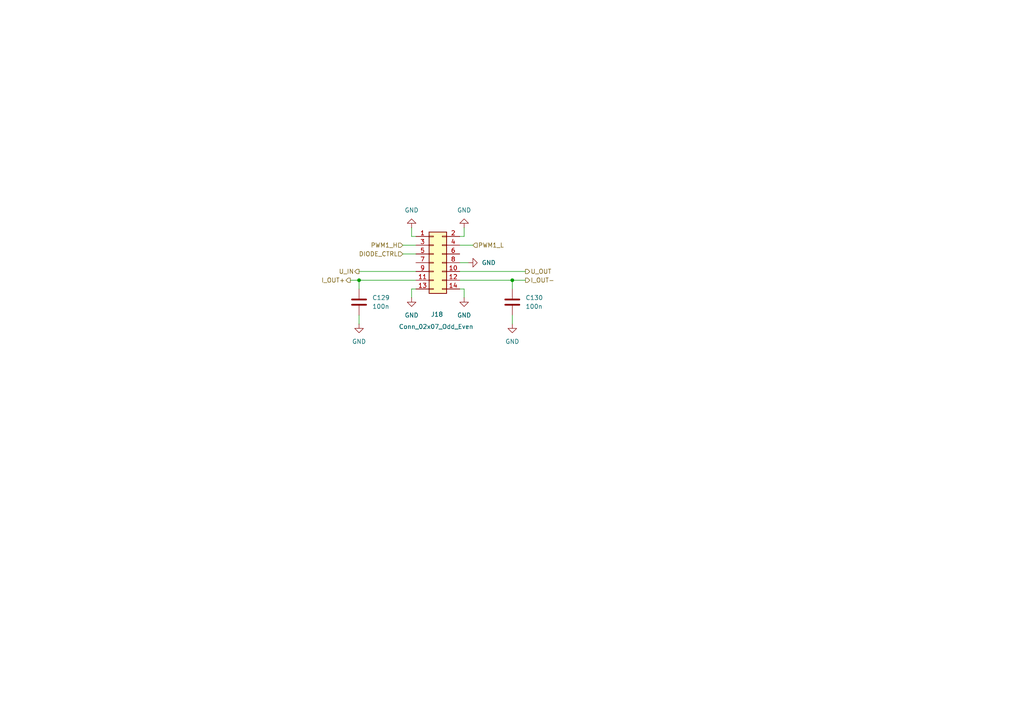
<source format=kicad_sch>
(kicad_sch
	(version 20231120)
	(generator "eeschema")
	(generator_version "8.0")
	(uuid "ce713879-9c83-4ae7-b91c-5a32c65087f7")
	(paper "A4")
	(lib_symbols
		(symbol "Connector_Generic:Conn_02x07_Odd_Even"
			(pin_names
				(offset 1.016) hide)
			(exclude_from_sim no)
			(in_bom yes)
			(on_board yes)
			(property "Reference" "J"
				(at 1.27 10.16 0)
				(effects
					(font
						(size 1.27 1.27)
					)
				)
			)
			(property "Value" "Conn_02x07_Odd_Even"
				(at 1.27 -10.16 0)
				(effects
					(font
						(size 1.27 1.27)
					)
				)
			)
			(property "Footprint" ""
				(at 0 0 0)
				(effects
					(font
						(size 1.27 1.27)
					)
					(hide yes)
				)
			)
			(property "Datasheet" "~"
				(at 0 0 0)
				(effects
					(font
						(size 1.27 1.27)
					)
					(hide yes)
				)
			)
			(property "Description" "Generic connector, double row, 02x07, odd/even pin numbering scheme (row 1 odd numbers, row 2 even numbers), script generated (kicad-library-utils/schlib/autogen/connector/)"
				(at 0 0 0)
				(effects
					(font
						(size 1.27 1.27)
					)
					(hide yes)
				)
			)
			(property "ki_keywords" "connector"
				(at 0 0 0)
				(effects
					(font
						(size 1.27 1.27)
					)
					(hide yes)
				)
			)
			(property "ki_fp_filters" "Connector*:*_2x??_*"
				(at 0 0 0)
				(effects
					(font
						(size 1.27 1.27)
					)
					(hide yes)
				)
			)
			(symbol "Conn_02x07_Odd_Even_1_1"
				(rectangle
					(start -1.27 -7.493)
					(end 0 -7.747)
					(stroke
						(width 0.1524)
						(type default)
					)
					(fill
						(type none)
					)
				)
				(rectangle
					(start -1.27 -4.953)
					(end 0 -5.207)
					(stroke
						(width 0.1524)
						(type default)
					)
					(fill
						(type none)
					)
				)
				(rectangle
					(start -1.27 -2.413)
					(end 0 -2.667)
					(stroke
						(width 0.1524)
						(type default)
					)
					(fill
						(type none)
					)
				)
				(rectangle
					(start -1.27 0.127)
					(end 0 -0.127)
					(stroke
						(width 0.1524)
						(type default)
					)
					(fill
						(type none)
					)
				)
				(rectangle
					(start -1.27 2.667)
					(end 0 2.413)
					(stroke
						(width 0.1524)
						(type default)
					)
					(fill
						(type none)
					)
				)
				(rectangle
					(start -1.27 5.207)
					(end 0 4.953)
					(stroke
						(width 0.1524)
						(type default)
					)
					(fill
						(type none)
					)
				)
				(rectangle
					(start -1.27 7.747)
					(end 0 7.493)
					(stroke
						(width 0.1524)
						(type default)
					)
					(fill
						(type none)
					)
				)
				(rectangle
					(start -1.27 8.89)
					(end 3.81 -8.89)
					(stroke
						(width 0.254)
						(type default)
					)
					(fill
						(type background)
					)
				)
				(rectangle
					(start 3.81 -7.493)
					(end 2.54 -7.747)
					(stroke
						(width 0.1524)
						(type default)
					)
					(fill
						(type none)
					)
				)
				(rectangle
					(start 3.81 -4.953)
					(end 2.54 -5.207)
					(stroke
						(width 0.1524)
						(type default)
					)
					(fill
						(type none)
					)
				)
				(rectangle
					(start 3.81 -2.413)
					(end 2.54 -2.667)
					(stroke
						(width 0.1524)
						(type default)
					)
					(fill
						(type none)
					)
				)
				(rectangle
					(start 3.81 0.127)
					(end 2.54 -0.127)
					(stroke
						(width 0.1524)
						(type default)
					)
					(fill
						(type none)
					)
				)
				(rectangle
					(start 3.81 2.667)
					(end 2.54 2.413)
					(stroke
						(width 0.1524)
						(type default)
					)
					(fill
						(type none)
					)
				)
				(rectangle
					(start 3.81 5.207)
					(end 2.54 4.953)
					(stroke
						(width 0.1524)
						(type default)
					)
					(fill
						(type none)
					)
				)
				(rectangle
					(start 3.81 7.747)
					(end 2.54 7.493)
					(stroke
						(width 0.1524)
						(type default)
					)
					(fill
						(type none)
					)
				)
				(pin passive line
					(at -5.08 7.62 0)
					(length 3.81)
					(name "Pin_1"
						(effects
							(font
								(size 1.27 1.27)
							)
						)
					)
					(number "1"
						(effects
							(font
								(size 1.27 1.27)
							)
						)
					)
				)
				(pin passive line
					(at 7.62 -2.54 180)
					(length 3.81)
					(name "Pin_10"
						(effects
							(font
								(size 1.27 1.27)
							)
						)
					)
					(number "10"
						(effects
							(font
								(size 1.27 1.27)
							)
						)
					)
				)
				(pin passive line
					(at -5.08 -5.08 0)
					(length 3.81)
					(name "Pin_11"
						(effects
							(font
								(size 1.27 1.27)
							)
						)
					)
					(number "11"
						(effects
							(font
								(size 1.27 1.27)
							)
						)
					)
				)
				(pin passive line
					(at 7.62 -5.08 180)
					(length 3.81)
					(name "Pin_12"
						(effects
							(font
								(size 1.27 1.27)
							)
						)
					)
					(number "12"
						(effects
							(font
								(size 1.27 1.27)
							)
						)
					)
				)
				(pin passive line
					(at -5.08 -7.62 0)
					(length 3.81)
					(name "Pin_13"
						(effects
							(font
								(size 1.27 1.27)
							)
						)
					)
					(number "13"
						(effects
							(font
								(size 1.27 1.27)
							)
						)
					)
				)
				(pin passive line
					(at 7.62 -7.62 180)
					(length 3.81)
					(name "Pin_14"
						(effects
							(font
								(size 1.27 1.27)
							)
						)
					)
					(number "14"
						(effects
							(font
								(size 1.27 1.27)
							)
						)
					)
				)
				(pin passive line
					(at 7.62 7.62 180)
					(length 3.81)
					(name "Pin_2"
						(effects
							(font
								(size 1.27 1.27)
							)
						)
					)
					(number "2"
						(effects
							(font
								(size 1.27 1.27)
							)
						)
					)
				)
				(pin passive line
					(at -5.08 5.08 0)
					(length 3.81)
					(name "Pin_3"
						(effects
							(font
								(size 1.27 1.27)
							)
						)
					)
					(number "3"
						(effects
							(font
								(size 1.27 1.27)
							)
						)
					)
				)
				(pin passive line
					(at 7.62 5.08 180)
					(length 3.81)
					(name "Pin_4"
						(effects
							(font
								(size 1.27 1.27)
							)
						)
					)
					(number "4"
						(effects
							(font
								(size 1.27 1.27)
							)
						)
					)
				)
				(pin passive line
					(at -5.08 2.54 0)
					(length 3.81)
					(name "Pin_5"
						(effects
							(font
								(size 1.27 1.27)
							)
						)
					)
					(number "5"
						(effects
							(font
								(size 1.27 1.27)
							)
						)
					)
				)
				(pin passive line
					(at 7.62 2.54 180)
					(length 3.81)
					(name "Pin_6"
						(effects
							(font
								(size 1.27 1.27)
							)
						)
					)
					(number "6"
						(effects
							(font
								(size 1.27 1.27)
							)
						)
					)
				)
				(pin passive line
					(at -5.08 0 0)
					(length 3.81)
					(name "Pin_7"
						(effects
							(font
								(size 1.27 1.27)
							)
						)
					)
					(number "7"
						(effects
							(font
								(size 1.27 1.27)
							)
						)
					)
				)
				(pin passive line
					(at 7.62 0 180)
					(length 3.81)
					(name "Pin_8"
						(effects
							(font
								(size 1.27 1.27)
							)
						)
					)
					(number "8"
						(effects
							(font
								(size 1.27 1.27)
							)
						)
					)
				)
				(pin passive line
					(at -5.08 -2.54 0)
					(length 3.81)
					(name "Pin_9"
						(effects
							(font
								(size 1.27 1.27)
							)
						)
					)
					(number "9"
						(effects
							(font
								(size 1.27 1.27)
							)
						)
					)
				)
			)
		)
		(symbol "Device:C"
			(pin_numbers hide)
			(pin_names
				(offset 0.254)
			)
			(exclude_from_sim no)
			(in_bom yes)
			(on_board yes)
			(property "Reference" "C"
				(at 0.635 2.54 0)
				(effects
					(font
						(size 1.27 1.27)
					)
					(justify left)
				)
			)
			(property "Value" "C"
				(at 0.635 -2.54 0)
				(effects
					(font
						(size 1.27 1.27)
					)
					(justify left)
				)
			)
			(property "Footprint" ""
				(at 0.9652 -3.81 0)
				(effects
					(font
						(size 1.27 1.27)
					)
					(hide yes)
				)
			)
			(property "Datasheet" "~"
				(at 0 0 0)
				(effects
					(font
						(size 1.27 1.27)
					)
					(hide yes)
				)
			)
			(property "Description" "Unpolarized capacitor"
				(at 0 0 0)
				(effects
					(font
						(size 1.27 1.27)
					)
					(hide yes)
				)
			)
			(property "ki_keywords" "cap capacitor"
				(at 0 0 0)
				(effects
					(font
						(size 1.27 1.27)
					)
					(hide yes)
				)
			)
			(property "ki_fp_filters" "C_*"
				(at 0 0 0)
				(effects
					(font
						(size 1.27 1.27)
					)
					(hide yes)
				)
			)
			(symbol "C_0_1"
				(polyline
					(pts
						(xy -2.032 -0.762) (xy 2.032 -0.762)
					)
					(stroke
						(width 0.508)
						(type default)
					)
					(fill
						(type none)
					)
				)
				(polyline
					(pts
						(xy -2.032 0.762) (xy 2.032 0.762)
					)
					(stroke
						(width 0.508)
						(type default)
					)
					(fill
						(type none)
					)
				)
			)
			(symbol "C_1_1"
				(pin passive line
					(at 0 3.81 270)
					(length 2.794)
					(name "~"
						(effects
							(font
								(size 1.27 1.27)
							)
						)
					)
					(number "1"
						(effects
							(font
								(size 1.27 1.27)
							)
						)
					)
				)
				(pin passive line
					(at 0 -3.81 90)
					(length 2.794)
					(name "~"
						(effects
							(font
								(size 1.27 1.27)
							)
						)
					)
					(number "2"
						(effects
							(font
								(size 1.27 1.27)
							)
						)
					)
				)
			)
		)
		(symbol "power:GND"
			(power)
			(pin_numbers hide)
			(pin_names
				(offset 0) hide)
			(exclude_from_sim no)
			(in_bom yes)
			(on_board yes)
			(property "Reference" "#PWR"
				(at 0 -6.35 0)
				(effects
					(font
						(size 1.27 1.27)
					)
					(hide yes)
				)
			)
			(property "Value" "GND"
				(at 0 -3.81 0)
				(effects
					(font
						(size 1.27 1.27)
					)
				)
			)
			(property "Footprint" ""
				(at 0 0 0)
				(effects
					(font
						(size 1.27 1.27)
					)
					(hide yes)
				)
			)
			(property "Datasheet" ""
				(at 0 0 0)
				(effects
					(font
						(size 1.27 1.27)
					)
					(hide yes)
				)
			)
			(property "Description" "Power symbol creates a global label with name \"GND\" , ground"
				(at 0 0 0)
				(effects
					(font
						(size 1.27 1.27)
					)
					(hide yes)
				)
			)
			(property "ki_keywords" "global power"
				(at 0 0 0)
				(effects
					(font
						(size 1.27 1.27)
					)
					(hide yes)
				)
			)
			(symbol "GND_0_1"
				(polyline
					(pts
						(xy 0 0) (xy 0 -1.27) (xy 1.27 -1.27) (xy 0 -2.54) (xy -1.27 -1.27) (xy 0 -1.27)
					)
					(stroke
						(width 0)
						(type default)
					)
					(fill
						(type none)
					)
				)
			)
			(symbol "GND_1_1"
				(pin power_in line
					(at 0 0 270)
					(length 0)
					(name "~"
						(effects
							(font
								(size 1.27 1.27)
							)
						)
					)
					(number "1"
						(effects
							(font
								(size 1.27 1.27)
							)
						)
					)
				)
			)
		)
	)
	(junction
		(at 104.14 81.28)
		(diameter 0)
		(color 0 0 0 0)
		(uuid "21981d1a-45ac-4942-a27b-7fad3ebe44f2")
	)
	(junction
		(at 148.59 81.28)
		(diameter 0)
		(color 0 0 0 0)
		(uuid "f914df06-bc47-4e5f-9ac0-d541d36c2171")
	)
	(wire
		(pts
			(xy 104.14 81.28) (xy 104.14 83.82)
		)
		(stroke
			(width 0)
			(type default)
		)
		(uuid "0bb93f08-025a-43ba-8f28-8abcf49dee0a")
	)
	(wire
		(pts
			(xy 104.14 81.28) (xy 120.65 81.28)
		)
		(stroke
			(width 0)
			(type default)
		)
		(uuid "0c6a9829-2a1d-4916-b203-381fa212a230")
	)
	(wire
		(pts
			(xy 133.35 83.82) (xy 134.62 83.82)
		)
		(stroke
			(width 0)
			(type default)
		)
		(uuid "15b4eccd-2ada-4d71-a2bf-dbe9101d09ef")
	)
	(wire
		(pts
			(xy 101.6 81.28) (xy 104.14 81.28)
		)
		(stroke
			(width 0)
			(type default)
		)
		(uuid "1e697bfe-6186-4890-944f-d0bda0c2e228")
	)
	(wire
		(pts
			(xy 134.62 83.82) (xy 134.62 86.36)
		)
		(stroke
			(width 0)
			(type default)
		)
		(uuid "2b1a8089-16e4-42b7-a459-f96f5df357d1")
	)
	(wire
		(pts
			(xy 148.59 91.44) (xy 148.59 93.98)
		)
		(stroke
			(width 0)
			(type default)
		)
		(uuid "482197aa-d1e9-488f-93f8-2aa56be83deb")
	)
	(wire
		(pts
			(xy 104.14 78.74) (xy 120.65 78.74)
		)
		(stroke
			(width 0)
			(type default)
		)
		(uuid "60efd595-2460-4087-9a81-5228c88be8d4")
	)
	(wire
		(pts
			(xy 119.38 86.36) (xy 119.38 83.82)
		)
		(stroke
			(width 0)
			(type default)
		)
		(uuid "8d9a8343-f319-4493-ac60-65633898051e")
	)
	(wire
		(pts
			(xy 148.59 81.28) (xy 148.59 83.82)
		)
		(stroke
			(width 0)
			(type default)
		)
		(uuid "9246206e-3e19-4d5e-bc46-d35b92405dab")
	)
	(wire
		(pts
			(xy 116.84 73.66) (xy 120.65 73.66)
		)
		(stroke
			(width 0)
			(type default)
		)
		(uuid "971df628-1063-40e7-8e82-a1c7505d894d")
	)
	(wire
		(pts
			(xy 133.35 76.2) (xy 135.89 76.2)
		)
		(stroke
			(width 0)
			(type default)
		)
		(uuid "99fceb3a-aee5-4223-9715-4573019f7a13")
	)
	(wire
		(pts
			(xy 134.62 68.58) (xy 134.62 66.04)
		)
		(stroke
			(width 0)
			(type default)
		)
		(uuid "a105370d-7661-4dbb-94fe-5612c8f76377")
	)
	(wire
		(pts
			(xy 119.38 66.04) (xy 119.38 68.58)
		)
		(stroke
			(width 0)
			(type default)
		)
		(uuid "a24524cd-734f-484c-9e73-81440e8c21da")
	)
	(wire
		(pts
			(xy 119.38 68.58) (xy 120.65 68.58)
		)
		(stroke
			(width 0)
			(type default)
		)
		(uuid "a6ff196e-c3c2-4b18-939d-f0993df27420")
	)
	(wire
		(pts
			(xy 133.35 68.58) (xy 134.62 68.58)
		)
		(stroke
			(width 0)
			(type default)
		)
		(uuid "a9488306-da64-43f4-953e-ef8060b37e72")
	)
	(wire
		(pts
			(xy 104.14 91.44) (xy 104.14 93.98)
		)
		(stroke
			(width 0)
			(type default)
		)
		(uuid "adf91d9a-b451-45be-95ce-5a14aaa45ebf")
	)
	(wire
		(pts
			(xy 133.35 71.12) (xy 137.16 71.12)
		)
		(stroke
			(width 0)
			(type default)
		)
		(uuid "b4efffc2-b52e-4b7f-8fc2-b98fa477b95a")
	)
	(wire
		(pts
			(xy 116.84 71.12) (xy 120.65 71.12)
		)
		(stroke
			(width 0)
			(type default)
		)
		(uuid "cd2dad91-fe39-43c3-b36f-7c87637cfc7c")
	)
	(wire
		(pts
			(xy 133.35 78.74) (xy 152.4 78.74)
		)
		(stroke
			(width 0)
			(type default)
		)
		(uuid "d8ff4679-d044-47fe-8d1d-13167a9cd701")
	)
	(wire
		(pts
			(xy 148.59 81.28) (xy 152.4 81.28)
		)
		(stroke
			(width 0)
			(type default)
		)
		(uuid "ddca5bd0-ed98-42f5-9b47-b5f2aa48b44f")
	)
	(wire
		(pts
			(xy 119.38 83.82) (xy 120.65 83.82)
		)
		(stroke
			(width 0)
			(type default)
		)
		(uuid "e202ce03-a588-4dbe-97b7-22832e1066d1")
	)
	(wire
		(pts
			(xy 133.35 81.28) (xy 148.59 81.28)
		)
		(stroke
			(width 0)
			(type default)
		)
		(uuid "f5264033-c0b9-40dd-bbc9-8a321d3fec5b")
	)
	(hierarchical_label "DIODE_CTRL"
		(shape input)
		(at 116.84 73.66 180)
		(fields_autoplaced yes)
		(effects
			(font
				(size 1.27 1.27)
			)
			(justify right)
		)
		(uuid "237cff07-f3c9-4a20-929c-1eb8a5b65597")
	)
	(hierarchical_label "U_IN"
		(shape output)
		(at 104.14 78.74 180)
		(fields_autoplaced yes)
		(effects
			(font
				(size 1.27 1.27)
			)
			(justify right)
		)
		(uuid "28b6af6c-bd2f-4763-827f-ea4b7e268e5a")
	)
	(hierarchical_label "PWM1_L"
		(shape input)
		(at 137.16 71.12 0)
		(fields_autoplaced yes)
		(effects
			(font
				(size 1.27 1.27)
			)
			(justify left)
		)
		(uuid "50e63fbf-02f0-41f7-8f2d-931f051e1a16")
	)
	(hierarchical_label "I_OUT-"
		(shape output)
		(at 152.4 81.28 0)
		(fields_autoplaced yes)
		(effects
			(font
				(size 1.27 1.27)
			)
			(justify left)
		)
		(uuid "5b83dd1a-98f7-456d-92ec-d001e4eabb51")
	)
	(hierarchical_label "PWM1_H"
		(shape input)
		(at 116.84 71.12 180)
		(fields_autoplaced yes)
		(effects
			(font
				(size 1.27 1.27)
			)
			(justify right)
		)
		(uuid "ca2ea007-e10f-44b2-ad59-85565ba60bb2")
	)
	(hierarchical_label "I_OUT+"
		(shape output)
		(at 101.6 81.28 180)
		(fields_autoplaced yes)
		(effects
			(font
				(size 1.27 1.27)
			)
			(justify right)
		)
		(uuid "cff7ff99-e51e-4df5-be26-2ca7efbd0df1")
	)
	(hierarchical_label "U_OUT"
		(shape output)
		(at 152.4 78.74 0)
		(fields_autoplaced yes)
		(effects
			(font
				(size 1.27 1.27)
			)
			(justify left)
		)
		(uuid "f719981d-5244-4ce9-af1a-ae94d1be983b")
	)
	(symbol
		(lib_id "power:GND")
		(at 119.38 86.36 0)
		(unit 1)
		(exclude_from_sim no)
		(in_bom yes)
		(on_board yes)
		(dnp no)
		(fields_autoplaced yes)
		(uuid "2d301004-4f7f-45ce-8098-13e5e674ac22")
		(property "Reference" "#PWR0306"
			(at 119.38 92.71 0)
			(effects
				(font
					(size 1.27 1.27)
				)
				(hide yes)
			)
		)
		(property "Value" "GND"
			(at 119.38 91.44 0)
			(effects
				(font
					(size 1.27 1.27)
				)
			)
		)
		(property "Footprint" ""
			(at 119.38 86.36 0)
			(effects
				(font
					(size 1.27 1.27)
				)
				(hide yes)
			)
		)
		(property "Datasheet" ""
			(at 119.38 86.36 0)
			(effects
				(font
					(size 1.27 1.27)
				)
				(hide yes)
			)
		)
		(property "Description" "Power symbol creates a global label with name \"GND\" , ground"
			(at 119.38 86.36 0)
			(effects
				(font
					(size 1.27 1.27)
				)
				(hide yes)
			)
		)
		(pin "1"
			(uuid "58e65120-d62c-4af0-90fe-0a5180c9af70")
		)
		(instances
			(project "controll_board"
				(path "/c727c9ac-c904-48c5-97eb-b572033b6df0/5f32af07-e9d2-45ba-ab74-29701d31c4fd"
					(reference "#PWR0306")
					(unit 1)
				)
			)
		)
	)
	(symbol
		(lib_id "Device:C")
		(at 104.14 87.63 0)
		(mirror y)
		(unit 1)
		(exclude_from_sim no)
		(in_bom yes)
		(on_board yes)
		(dnp no)
		(fields_autoplaced yes)
		(uuid "36feaed3-192b-43c8-bdc9-c19c4993eab1")
		(property "Reference" "C129"
			(at 107.95 86.3599 0)
			(effects
				(font
					(size 1.27 1.27)
				)
				(justify right)
			)
		)
		(property "Value" "100n"
			(at 107.95 88.8999 0)
			(effects
				(font
					(size 1.27 1.27)
				)
				(justify right)
			)
		)
		(property "Footprint" "Capacitor_SMD:C_0603_1608Metric"
			(at 103.1748 91.44 0)
			(effects
				(font
					(size 1.27 1.27)
				)
				(hide yes)
			)
		)
		(property "Datasheet" "~"
			(at 104.14 87.63 0)
			(effects
				(font
					(size 1.27 1.27)
				)
				(hide yes)
			)
		)
		(property "Description" "Unpolarized capacitor"
			(at 104.14 87.63 0)
			(effects
				(font
					(size 1.27 1.27)
				)
				(hide yes)
			)
		)
		(property "Voltage" ""
			(at 104.14 87.63 0)
			(effects
				(font
					(size 1.27 1.27)
				)
			)
		)
		(pin "2"
			(uuid "de86de0c-cf22-44d5-b6ee-0d3981d8ada4")
		)
		(pin "1"
			(uuid "69206ba7-7204-4b8e-bcd3-1ce4e0fa825a")
		)
		(instances
			(project "controll_board"
				(path "/c727c9ac-c904-48c5-97eb-b572033b6df0/5f32af07-e9d2-45ba-ab74-29701d31c4fd"
					(reference "C129")
					(unit 1)
				)
			)
		)
	)
	(symbol
		(lib_id "power:GND")
		(at 135.89 76.2 90)
		(unit 1)
		(exclude_from_sim no)
		(in_bom yes)
		(on_board yes)
		(dnp no)
		(fields_autoplaced yes)
		(uuid "3c7af6e8-1e31-453a-b303-5753f1173fc4")
		(property "Reference" "#PWR0312"
			(at 142.24 76.2 0)
			(effects
				(font
					(size 1.27 1.27)
				)
				(hide yes)
			)
		)
		(property "Value" "GND"
			(at 139.7 76.1999 90)
			(effects
				(font
					(size 1.27 1.27)
				)
				(justify right)
			)
		)
		(property "Footprint" ""
			(at 135.89 76.2 0)
			(effects
				(font
					(size 1.27 1.27)
				)
				(hide yes)
			)
		)
		(property "Datasheet" ""
			(at 135.89 76.2 0)
			(effects
				(font
					(size 1.27 1.27)
				)
				(hide yes)
			)
		)
		(property "Description" "Power symbol creates a global label with name \"GND\" , ground"
			(at 135.89 76.2 0)
			(effects
				(font
					(size 1.27 1.27)
				)
				(hide yes)
			)
		)
		(pin "1"
			(uuid "01be6c55-9f49-4e5f-96b6-b2e96bf48e87")
		)
		(instances
			(project "controll_board"
				(path "/c727c9ac-c904-48c5-97eb-b572033b6df0/5f32af07-e9d2-45ba-ab74-29701d31c4fd"
					(reference "#PWR0312")
					(unit 1)
				)
			)
		)
	)
	(symbol
		(lib_id "power:GND")
		(at 148.59 93.98 0)
		(unit 1)
		(exclude_from_sim no)
		(in_bom yes)
		(on_board yes)
		(dnp no)
		(fields_autoplaced yes)
		(uuid "4b3ac13d-e924-460e-ab6d-d171fbfc8c83")
		(property "Reference" "#PWR0310"
			(at 148.59 100.33 0)
			(effects
				(font
					(size 1.27 1.27)
				)
				(hide yes)
			)
		)
		(property "Value" "GND"
			(at 148.59 99.06 0)
			(effects
				(font
					(size 1.27 1.27)
				)
			)
		)
		(property "Footprint" ""
			(at 148.59 93.98 0)
			(effects
				(font
					(size 1.27 1.27)
				)
				(hide yes)
			)
		)
		(property "Datasheet" ""
			(at 148.59 93.98 0)
			(effects
				(font
					(size 1.27 1.27)
				)
				(hide yes)
			)
		)
		(property "Description" "Power symbol creates a global label with name \"GND\" , ground"
			(at 148.59 93.98 0)
			(effects
				(font
					(size 1.27 1.27)
				)
				(hide yes)
			)
		)
		(pin "1"
			(uuid "ea46b919-71ea-4c64-bf03-e21fcc0b5a4f")
		)
		(instances
			(project "controll_board"
				(path "/c727c9ac-c904-48c5-97eb-b572033b6df0/5f32af07-e9d2-45ba-ab74-29701d31c4fd"
					(reference "#PWR0310")
					(unit 1)
				)
			)
		)
	)
	(symbol
		(lib_id "Device:C")
		(at 148.59 87.63 0)
		(mirror y)
		(unit 1)
		(exclude_from_sim no)
		(in_bom yes)
		(on_board yes)
		(dnp no)
		(fields_autoplaced yes)
		(uuid "5dcceb03-2848-47a0-bfbf-ee1e5172e250")
		(property "Reference" "C130"
			(at 152.4 86.3599 0)
			(effects
				(font
					(size 1.27 1.27)
				)
				(justify right)
			)
		)
		(property "Value" "100n"
			(at 152.4 88.8999 0)
			(effects
				(font
					(size 1.27 1.27)
				)
				(justify right)
			)
		)
		(property "Footprint" "Capacitor_SMD:C_0603_1608Metric"
			(at 147.6248 91.44 0)
			(effects
				(font
					(size 1.27 1.27)
				)
				(hide yes)
			)
		)
		(property "Datasheet" "~"
			(at 148.59 87.63 0)
			(effects
				(font
					(size 1.27 1.27)
				)
				(hide yes)
			)
		)
		(property "Description" "Unpolarized capacitor"
			(at 148.59 87.63 0)
			(effects
				(font
					(size 1.27 1.27)
				)
				(hide yes)
			)
		)
		(property "Voltage" ""
			(at 148.59 87.63 0)
			(effects
				(font
					(size 1.27 1.27)
				)
			)
		)
		(pin "2"
			(uuid "25f96d3a-208a-4509-95bd-ef588cd22dae")
		)
		(pin "1"
			(uuid "fce6e448-9c02-45a3-9af3-9bc6111177ef")
		)
		(instances
			(project "controll_board"
				(path "/c727c9ac-c904-48c5-97eb-b572033b6df0/5f32af07-e9d2-45ba-ab74-29701d31c4fd"
					(reference "C130")
					(unit 1)
				)
			)
		)
	)
	(symbol
		(lib_id "power:GND")
		(at 134.62 66.04 180)
		(unit 1)
		(exclude_from_sim no)
		(in_bom yes)
		(on_board yes)
		(dnp no)
		(fields_autoplaced yes)
		(uuid "6452d437-3580-49fc-b025-dbb770568b19")
		(property "Reference" "#PWR0308"
			(at 134.62 59.69 0)
			(effects
				(font
					(size 1.27 1.27)
				)
				(hide yes)
			)
		)
		(property "Value" "GND"
			(at 134.62 60.96 0)
			(effects
				(font
					(size 1.27 1.27)
				)
			)
		)
		(property "Footprint" ""
			(at 134.62 66.04 0)
			(effects
				(font
					(size 1.27 1.27)
				)
				(hide yes)
			)
		)
		(property "Datasheet" ""
			(at 134.62 66.04 0)
			(effects
				(font
					(size 1.27 1.27)
				)
				(hide yes)
			)
		)
		(property "Description" "Power symbol creates a global label with name \"GND\" , ground"
			(at 134.62 66.04 0)
			(effects
				(font
					(size 1.27 1.27)
				)
				(hide yes)
			)
		)
		(pin "1"
			(uuid "ffc83870-03ac-4909-ac76-974fec70ec74")
		)
		(instances
			(project "controll_board"
				(path "/c727c9ac-c904-48c5-97eb-b572033b6df0/5f32af07-e9d2-45ba-ab74-29701d31c4fd"
					(reference "#PWR0308")
					(unit 1)
				)
			)
		)
	)
	(symbol
		(lib_id "Connector_Generic:Conn_02x07_Odd_Even")
		(at 125.73 76.2 0)
		(unit 1)
		(exclude_from_sim no)
		(in_bom yes)
		(on_board yes)
		(dnp no)
		(uuid "6ed04c9a-fc56-45bd-878d-4feefda992e3")
		(property "Reference" "J18"
			(at 126.746 91.186 0)
			(effects
				(font
					(size 1.27 1.27)
				)
			)
		)
		(property "Value" "Conn_02x07_Odd_Even"
			(at 126.492 94.742 0)
			(effects
				(font
					(size 1.27 1.27)
				)
			)
		)
		(property "Footprint" "Connector_IDC:IDC-Header_2x07_P2.54mm_Vertical_SMD"
			(at 125.73 76.2 0)
			(effects
				(font
					(size 1.27 1.27)
				)
				(hide yes)
			)
		)
		(property "Datasheet" "~"
			(at 125.73 76.2 0)
			(effects
				(font
					(size 1.27 1.27)
				)
				(hide yes)
			)
		)
		(property "Description" "Generic connector, double row, 02x07, odd/even pin numbering scheme (row 1 odd numbers, row 2 even numbers), script generated (kicad-library-utils/schlib/autogen/connector/)"
			(at 125.73 76.2 0)
			(effects
				(font
					(size 1.27 1.27)
				)
				(hide yes)
			)
		)
		(pin "6"
			(uuid "23a4ec77-7b54-406b-9c6e-87bb200aab8e")
		)
		(pin "5"
			(uuid "092002b4-7cbc-4044-a01f-43385562d135")
		)
		(pin "14"
			(uuid "bc310c5c-de79-4b84-870a-54496ed17336")
		)
		(pin "4"
			(uuid "3a3f2928-f1db-4072-8c35-ad7213f9e2cd")
		)
		(pin "7"
			(uuid "b773bf4f-6cc1-4547-ba03-7fdf1e72bf9a")
		)
		(pin "13"
			(uuid "ff06b227-4819-4642-ad29-e70f502343e5")
		)
		(pin "11"
			(uuid "74db1aa5-df3d-4a67-b4a9-cff2fbb6779e")
		)
		(pin "10"
			(uuid "7c621927-1ae1-48e5-b3c4-bad00821c71f")
		)
		(pin "9"
			(uuid "f0d9bec7-de61-4536-ae09-a40e76d81455")
		)
		(pin "3"
			(uuid "129d2986-8d56-4f7d-96df-04bad8423365")
		)
		(pin "8"
			(uuid "65e98a0f-6209-446c-be4d-d87741fdf7ee")
		)
		(pin "2"
			(uuid "7a2c8c23-156c-404b-b46f-49aec1ffbc09")
		)
		(pin "1"
			(uuid "e9133ad7-3c23-4ab8-8331-dd5e3ff3bae7")
		)
		(pin "12"
			(uuid "ab3dff43-eab3-471e-bc58-7defaf7e9f51")
		)
		(instances
			(project "controll_board"
				(path "/c727c9ac-c904-48c5-97eb-b572033b6df0/5f32af07-e9d2-45ba-ab74-29701d31c4fd"
					(reference "J18")
					(unit 1)
				)
			)
		)
	)
	(symbol
		(lib_id "power:GND")
		(at 119.38 66.04 180)
		(unit 1)
		(exclude_from_sim no)
		(in_bom yes)
		(on_board yes)
		(dnp no)
		(fields_autoplaced yes)
		(uuid "bd2cd05f-8603-4fc3-82e5-df9a7004bcd9")
		(property "Reference" "#PWR0309"
			(at 119.38 59.69 0)
			(effects
				(font
					(size 1.27 1.27)
				)
				(hide yes)
			)
		)
		(property "Value" "GND"
			(at 119.38 60.96 0)
			(effects
				(font
					(size 1.27 1.27)
				)
			)
		)
		(property "Footprint" ""
			(at 119.38 66.04 0)
			(effects
				(font
					(size 1.27 1.27)
				)
				(hide yes)
			)
		)
		(property "Datasheet" ""
			(at 119.38 66.04 0)
			(effects
				(font
					(size 1.27 1.27)
				)
				(hide yes)
			)
		)
		(property "Description" "Power symbol creates a global label with name \"GND\" , ground"
			(at 119.38 66.04 0)
			(effects
				(font
					(size 1.27 1.27)
				)
				(hide yes)
			)
		)
		(pin "1"
			(uuid "57169300-fb81-4fea-9b0e-4bbc9c924f70")
		)
		(instances
			(project "controll_board"
				(path "/c727c9ac-c904-48c5-97eb-b572033b6df0/5f32af07-e9d2-45ba-ab74-29701d31c4fd"
					(reference "#PWR0309")
					(unit 1)
				)
			)
		)
	)
	(symbol
		(lib_id "power:GND")
		(at 104.14 93.98 0)
		(unit 1)
		(exclude_from_sim no)
		(in_bom yes)
		(on_board yes)
		(dnp no)
		(fields_autoplaced yes)
		(uuid "bf2ea888-78e4-4dea-9e4c-856380e95dc2")
		(property "Reference" "#PWR0311"
			(at 104.14 100.33 0)
			(effects
				(font
					(size 1.27 1.27)
				)
				(hide yes)
			)
		)
		(property "Value" "GND"
			(at 104.14 99.06 0)
			(effects
				(font
					(size 1.27 1.27)
				)
			)
		)
		(property "Footprint" ""
			(at 104.14 93.98 0)
			(effects
				(font
					(size 1.27 1.27)
				)
				(hide yes)
			)
		)
		(property "Datasheet" ""
			(at 104.14 93.98 0)
			(effects
				(font
					(size 1.27 1.27)
				)
				(hide yes)
			)
		)
		(property "Description" "Power symbol creates a global label with name \"GND\" , ground"
			(at 104.14 93.98 0)
			(effects
				(font
					(size 1.27 1.27)
				)
				(hide yes)
			)
		)
		(pin "1"
			(uuid "c40c38bf-59f3-4201-93a2-38ce72559ec1")
		)
		(instances
			(project "controll_board"
				(path "/c727c9ac-c904-48c5-97eb-b572033b6df0/5f32af07-e9d2-45ba-ab74-29701d31c4fd"
					(reference "#PWR0311")
					(unit 1)
				)
			)
		)
	)
	(symbol
		(lib_id "power:GND")
		(at 134.62 86.36 0)
		(unit 1)
		(exclude_from_sim no)
		(in_bom yes)
		(on_board yes)
		(dnp no)
		(fields_autoplaced yes)
		(uuid "df454c7f-d26a-4bd2-99d8-f40c3e611364")
		(property "Reference" "#PWR0307"
			(at 134.62 92.71 0)
			(effects
				(font
					(size 1.27 1.27)
				)
				(hide yes)
			)
		)
		(property "Value" "GND"
			(at 134.62 91.44 0)
			(effects
				(font
					(size 1.27 1.27)
				)
			)
		)
		(property "Footprint" ""
			(at 134.62 86.36 0)
			(effects
				(font
					(size 1.27 1.27)
				)
				(hide yes)
			)
		)
		(property "Datasheet" ""
			(at 134.62 86.36 0)
			(effects
				(font
					(size 1.27 1.27)
				)
				(hide yes)
			)
		)
		(property "Description" "Power symbol creates a global label with name \"GND\" , ground"
			(at 134.62 86.36 0)
			(effects
				(font
					(size 1.27 1.27)
				)
				(hide yes)
			)
		)
		(pin "1"
			(uuid "b9f3203a-e16e-4b22-9ac4-101e9bfe7254")
		)
		(instances
			(project "controll_board"
				(path "/c727c9ac-c904-48c5-97eb-b572033b6df0/5f32af07-e9d2-45ba-ab74-29701d31c4fd"
					(reference "#PWR0307")
					(unit 1)
				)
			)
		)
	)
)
</source>
